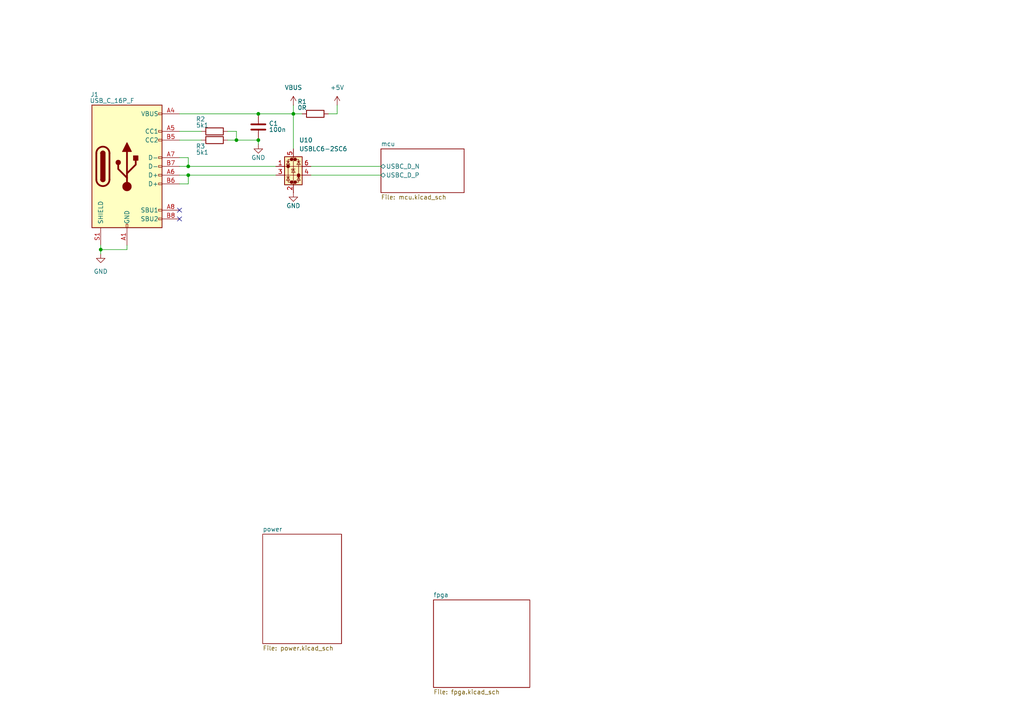
<source format=kicad_sch>
(kicad_sch (version 20231120) (generator "eeschema") (generator_version "8.0")
  (paper "A4")
  (lib_symbols
    (symbol "Connector:USB_C_Receptacle_USB2.0_16P" (pin_names (offset 1.016))
      (property "Reference" "J" (at 0 22.225 0))
      (property "Value" "USB_C_Receptacle_USB2.0_16P" (at 0 19.685 0))
      (symbol "USB_C_Receptacle_USB2.0_16P_0_0"
        (rectangle (start -0.254 -17.78) (end 0.254 -16.764))
        (rectangle (start 10.16 -14.986) (end 9.144 -15.494))
        (rectangle (start 10.16 -12.446) (end 9.144 -12.954))
        (rectangle (start 10.16 -4.826) (end 9.144 -5.334))
        (rectangle (start 10.16 -2.286) (end 9.144 -2.794))
        (rectangle (start 10.16 0.254) (end 9.144 -0.254))
        (rectangle (start 10.16 2.794) (end 9.144 2.286))
        (rectangle (start 10.16 7.874) (end 9.144 7.366))
        (rectangle (start 10.16 10.414) (end 9.144 9.906))
        (rectangle (start 10.16 15.494) (end 9.144 14.986))
      )
      (symbol "USB_C_Receptacle_USB2.0_16P_0_1"
        (rectangle (start -10.16 17.78) (end 10.16 -17.78) (stroke (width 0.254)) (fill (type background)))
        (arc (start -8.89 -3.81) (mid -6.985 -5.7067) (end -5.08 -3.81) (stroke (width 0.508)))
        (arc (start -7.62 -3.81) (mid -6.985 -4.4423) (end -6.35 -3.81) (stroke (width 0.254)))
        (arc (start -7.62 -3.81) (mid -6.985 -4.4423) (end -6.35 -3.81) (stroke (width 0.254)) (fill (type outline)))
        (rectangle (start -7.62 -3.81) (end -6.35 3.81) (stroke (width 0.254)) (fill (type outline)))
        (arc (start -6.35 3.81) (mid -6.985 4.4423) (end -7.62 3.81) (stroke (width 0.254)))
        (arc (start -6.35 3.81) (mid -6.985 4.4423) (end -7.62 3.81) (stroke (width 0.254)) (fill (type outline)))
        (arc (start -5.08 3.81) (mid -6.985 5.7067) (end -8.89 3.81) (stroke (width 0.508)))
        (circle (center -2.54 1.143) (radius 0.635) (stroke (width 0.254)) (fill (type outline)))
        (circle (center 0 -5.842) (radius 1.27) (fill (type outline)))
        (polyline (pts (xy -8.89 -3.81) (xy -8.89 3.81)) (stroke (width 0.508)))
        (polyline (pts (xy -5.08 3.81) (xy -5.08 -3.81)) (stroke (width 0.508)))
        (polyline (pts (xy 0 -5.842) (xy 0 4.318)) (stroke (width 0.508)))
        (polyline (pts (xy 0 -3.302) (xy -2.54 -0.762) (xy -2.54 0.508)) (stroke (width 0.508)))
        (polyline (pts (xy 0 -2.032) (xy 2.54 0.508) (xy 2.54 1.778)) (stroke (width 0.508)))
        (polyline (pts (xy -1.27 4.318) (xy 0 6.858) (xy 1.27 4.318) (xy -1.27 4.318)) (stroke (width 0.254)) (fill (type outline)))
        (rectangle (start 1.905 1.778) (end 3.175 3.048) (stroke (width 0.254)) (fill (type outline)))
      )
      (symbol "USB_C_Receptacle_USB2.0_16P_1_1"
        (pin passive line (at 0 -22.86 90) (length 5.08) (name "GND") (number "A1"))
        (pin passive line (at 0 -22.86 90) (length 5.08) hide (name "GND") (number "A12"))
        (pin passive line (at 15.24 15.24 180) (length 5.08) (name "VBUS") (number "A4"))
        (pin bidirectional line (at 15.24 10.16 180) (length 5.08) (name "CC1") (number "A5"))
        (pin bidirectional line (at 15.24 -2.54 180) (length 5.08) (name "D+") (number "A6"))
        (pin bidirectional line (at 15.24 2.54 180) (length 5.08) (name "D-") (number "A7"))
        (pin bidirectional line (at 15.24 -12.7 180) (length 5.08) (name "SBU1") (number "A8"))
        (pin passive line (at 15.24 15.24 180) (length 5.08) hide (name "VBUS") (number "A9"))
        (pin passive line (at 0 -22.86 90) (length 5.08) hide (name "GND") (number "B1"))
        (pin passive line (at 0 -22.86 90) (length 5.08) hide (name "GND") (number "B12"))
        (pin passive line (at 15.24 15.24 180) (length 5.08) hide (name "VBUS") (number "B4"))
        (pin bidirectional line (at 15.24 7.62 180) (length 5.08) (name "CC2") (number "B5"))
        (pin bidirectional line (at 15.24 -5.08 180) (length 5.08) (name "D+") (number "B6"))
        (pin bidirectional line (at 15.24 0 180) (length 5.08) (name "D-") (number "B7"))
        (pin bidirectional line (at 15.24 -15.24 180) (length 5.08) (name "SBU2") (number "B8"))
        (pin passive line (at 15.24 15.24 180) (length 5.08) hide (name "VBUS") (number "B9"))
        (pin passive line (at -7.62 -22.86 90) (length 5.08) (name "SHIELD") (number "S1"))
      )
    )
    (symbol "Device:C" (pin_numbers hide) (pin_names (offset 0.254))
      (property "Reference" "C" (at 0.635 2.54 0))
      (property "Value" "C" (at 0.635 -2.54 0))
      (symbol "C_0_1"
        (polyline (pts (xy -2.032 -0.762) (xy 2.032 -0.762)) (stroke (width 0.508)))
        (polyline (pts (xy -2.032 0.762) (xy 2.032 0.762)) (stroke (width 0.508)))
      )
      (symbol "C_1_1"
        (pin passive line (at 0 3.81 270) (length 2.794) (name "~") (number "1"))
        (pin passive line (at 0 -3.81 90) (length 2.794) (name "~") (number "2"))
      )
    )
    (symbol "Device:R" (pin_numbers hide) (pin_names (offset 0))
      (property "Reference" "R" (at 2.032 0 90))
      (property "Value" "R" (at 0 0 90))
      (symbol "R_0_1"
        (rectangle (start -1.016 -2.54) (end 1.016 2.54) (stroke (width 0.254)))
      )
      (symbol "R_1_1"
        (pin passive line (at 0 3.81 270) (length 1.27) (name "~") (number "1"))
        (pin passive line (at 0 -3.81 90) (length 1.27) (name "~") (number "2"))
      )
    )
    (symbol "Power_Protection:USBLC6-2SC6" (pin_names hide)
      (property "Reference" "U" (at 0.635 5.715 0))
      (property "Value" "USBLC6-2SC6" (at 0.635 3.81 0))
      (symbol "USBLC6-2SC6_0_0"
        (circle (center -1.524 0) (radius 0.0001) (stroke (width 0.508)))
        (circle (center -0.508 -4.572) (radius 0.0001) (stroke (width 0.508)))
        (circle (center -0.508 2.032) (radius 0.0001) (stroke (width 0.508)))
        (circle (center 0.508 -4.572) (radius 0.0001) (stroke (width 0.508)))
        (circle (center 0.508 2.032) (radius 0.0001) (stroke (width 0.508)))
        (circle (center 1.524 -2.54) (radius 0.0001) (stroke (width 0.508)))
      )
      (symbol "USBLC6-2SC6_0_1"
        (polyline (pts (xy -2.54 -2.54) (xy 2.54 -2.54)))
        (polyline (pts (xy -2.54 0) (xy 2.54 0)))
        (polyline (pts (xy -2.032 -3.048) (xy -1.016 -3.048)))
        (polyline (pts (xy -1.016 1.524) (xy -2.032 1.524)))
        (polyline (pts (xy 1.016 -3.048) (xy 2.032 -3.048)))
        (polyline (pts (xy 1.016 1.524) (xy 2.032 1.524)))
        (polyline (pts (xy -0.508 -1.143) (xy -0.508 -0.762) (xy 0.508 -0.762)))
        (polyline (pts (xy -2.032 0.508) (xy -1.016 0.508) (xy -1.524 1.524) (xy -2.032 0.508)))
        (polyline (pts (xy -1.016 -4.064) (xy -2.032 -4.064) (xy -1.524 -3.048) (xy -1.016 -4.064)))
        (polyline (pts (xy 0.508 -1.778) (xy -0.508 -1.778) (xy 0 -0.762) (xy 0.508 -1.778)))
        (polyline (pts (xy 2.032 -4.064) (xy 1.016 -4.064) (xy 1.524 -3.048) (xy 2.032 -4.064)))
        (polyline (pts (xy 2.032 0.508) (xy 1.016 0.508) (xy 1.524 1.524) (xy 2.032 0.508)))
        (polyline (pts (xy 0 2.54) (xy -0.508 2.032) (xy 0.508 2.032) (xy 0 1.524) (xy 0 -4.064) (xy -0.508 -4.572) (xy 0.508 -4.572) (xy 0 -5.08)))
      )
      (symbol "USBLC6-2SC6_1_1"
        (rectangle (start -2.54 2.794) (end 2.54 -5.334) (stroke (width 0.254)) (fill (type background)))
        (polyline (pts (xy -0.508 2.032) (xy -1.524 2.032) (xy -1.524 -4.572) (xy -0.508 -4.572)))
        (polyline (pts (xy 0.508 -4.572) (xy 1.524 -4.572) (xy 1.524 2.032) (xy 0.508 2.032)))
        (pin passive line (at -5.08 0 0) (length 2.54) (name "I/O1") (number "1"))
        (pin passive line (at 0 -7.62 90) (length 2.54) (name "GND") (number "2"))
        (pin passive line (at -5.08 -2.54 0) (length 2.54) (name "I/O2") (number "3"))
        (pin passive line (at 5.08 -2.54 180) (length 2.54) (name "I/O2") (number "4"))
        (pin passive line (at 0 5.08 270) (length 2.54) (name "VBUS") (number "5"))
        (pin passive line (at 5.08 0 180) (length 2.54) (name "I/O1") (number "6"))
      )
    )
    (symbol "power:+5V" (power) (pin_numbers hide) (pin_names (offset 0) hide)
      (property "Value" "+5V" (at 0 3.556 0))
      (symbol "+5V_0_1"
        (polyline (pts (xy -0.762 1.27) (xy 0 2.54)))
        (polyline (pts (xy 0 0) (xy 0 2.54)))
        (polyline (pts (xy 0 2.54) (xy 0.762 1.27)))
      )
      (symbol "+5V_1_1"
        (pin power_in line (at 0 0 90) (length 0) (name "~") (number "1"))
      )
    )
    (symbol "power:GND" (power) (pin_numbers hide) (pin_names (offset 0) hide)
      (property "Value" "GND" (at 0 -3.81 0))
      (symbol "GND_0_1"
        (polyline (pts (xy 0 0) (xy 0 -1.27) (xy 1.27 -1.27) (xy 0 -2.54) (xy -1.27 -1.27) (xy 0 -1.27)))
      )
      (symbol "GND_1_1"
        (pin power_in line (at 0 0 270) (length 0) (name "~") (number "1"))
      )
    )
    (symbol "power:VBUS" (power) (pin_numbers hide) (pin_names (offset 0) hide)
      (property "Value" "VBUS" (at 0 3.556 0))
      (symbol "VBUS_0_1"
        (polyline (pts (xy -0.762 1.27) (xy 0 2.54)))
        (polyline (pts (xy 0 0) (xy 0 2.54)))
        (polyline (pts (xy 0 2.54) (xy 0.762 1.27)))
      )
      (symbol "VBUS_1_1"
        (pin power_in line (at 0 0 90) (length 0) (name "~") (number "1"))
      )
    )
  )
  (junction (at 68.58 40.64))
  (junction (at 54.61 50.8))
  (junction (at 54.61 48.26))
  (junction (at 74.93 33.02))
  (junction (at 85.09 33.02))
  (junction (at 29.21 72.39))
  (junction (at 74.93 40.64))
  (no_connect (at 52.07 60.96))
  (no_connect (at 52.07 63.5))
  (wire (pts (xy 90.17 48.26) (xy 110.49 48.26)))
  (wire (pts (xy 36.83 71.12) (xy 36.83 72.39)))
  (wire (pts (xy 52.07 50.8) (xy 54.61 50.8)))
  (wire (pts (xy 85.09 33.02) (xy 87.63 33.02)))
  (wire (pts (xy 66.04 38.1) (xy 68.58 38.1)))
  (wire (pts (xy 29.21 71.12) (xy 29.21 72.39)))
  (wire (pts (xy 90.17 50.8) (xy 110.49 50.8)))
  (wire (pts (xy 74.93 40.64) (xy 74.93 41.91)))
  (wire (pts (xy 52.07 53.34) (xy 54.61 53.34)))
  (wire (pts (xy 68.58 38.1) (xy 68.58 40.64)))
  (wire (pts (xy 29.21 72.39) (xy 29.21 73.66)))
  (wire (pts (xy 36.83 72.39) (xy 29.21 72.39)))
  (wire (pts (xy 97.79 33.02) (xy 95.25 33.02)))
  (wire (pts (xy 97.79 30.48) (xy 97.79 33.02)))
  (wire (pts (xy 66.04 40.64) (xy 68.58 40.64)))
  (wire (pts (xy 85.09 33.02) (xy 85.09 30.48)))
  (wire (pts (xy 85.09 33.02) (xy 85.09 43.18)))
  (wire (pts (xy 68.58 40.64) (xy 74.93 40.64)))
  (wire (pts (xy 52.07 48.26) (xy 54.61 48.26)))
  (wire (pts (xy 52.07 38.1) (xy 58.42 38.1)))
  (wire (pts (xy 52.07 45.72) (xy 54.61 45.72)))
  (wire (pts (xy 74.93 33.02) (xy 85.09 33.02)))
  (wire (pts (xy 52.07 40.64) (xy 58.42 40.64)))
  (wire (pts (xy 54.61 50.8) (xy 80.01 50.8)))
  (wire (pts (xy 54.61 53.34) (xy 54.61 50.8)))
  (wire (pts (xy 54.61 45.72) (xy 54.61 48.26)))
  (wire (pts (xy 54.61 48.26) (xy 80.01 48.26)))
  (wire (pts (xy 52.07 33.02) (xy 74.93 33.02)))
  (symbol (lib_id "power:GND") (at 29.21 73.66 0) (unit 1)
    (property "Reference" "#PWR01" (effects (hide yes)))
    (property "Value" "GND" (at 29.21 78.74 0))
    (property "Description" "Power symbol creates a global label with name \"GND\" , ground" (effects (hide yes)))
  )
  (symbol (lib_id "power:VBUS") (at 85.09 30.48 0) (unit 1)
    (property "Reference" "#PWR02" (effects (hide yes)))
    (property "Value" "VBUS" (at 85.09 25.4 0))
    (property "Description" "Power symbol creates a global label with name \"VBUS\"" (effects (hide yes)))
  )
  (symbol (lib_id "power:GND") (at 85.09 55.88 0) (unit 1)
    (property "Reference" "#PWR05" (effects (hide yes)))
    (property "Value" "GND" (at 85.09 59.69 0))
    (property "Description" "Power symbol creates a global label with name \"GND\" , ground" (effects (hide yes)))
  )
  (symbol (lib_id "Power_Protection:USBLC6-2SC6") (at 85.09 48.26 0) (unit 1)
    (property "Reference" "U10" (at 86.7411 40.64 0) (effects (justify left)))
    (property "Value" "USBLC6-2SC6" (at 86.7411 43.18 0) (effects (justify left)))
    (property "Footprint" "Package_TO_SOT_SMD:SOT-23-6" (effects (hide yes)))
    (property "Datasheet" "https://www.st.com/resource/en/datasheet/usblc6-2.pdf" (effects (hide yes)))
    (property "Description" "Very low capacitance ESD protection diode, 2 data-line, SOT-23-6" (effects (hide yes)))
  )
  (symbol (lib_id "Device:R") (at 62.23 38.1 90) (unit 1)
    (property "Reference" "R2" (at 58.166 34.544 90))
    (property "Value" "5k1" (at 58.674 36.322 90))
    (property "Description" "Resistor" (effects (hide yes)))
  )
  (symbol (lib_id "Device:R") (at 62.23 40.64 90) (unit 1)
    (property "Reference" "R3" (at 58.166 42.418 90))
    (property "Value" "5k1" (at 58.674 44.196 90))
    (property "Description" "Resistor" (effects (hide yes)))
  )
  (symbol (lib_id "Connector:USB_C_Receptacle_USB2.0_16P") (at 36.83 48.26 0) (unit 1)
    (property "Reference" "J1" (at 27.432 27.432 0))
    (property "Value" "USB_C_16P_F" (at 32.512 29.21 0))
    (property "Datasheet" "https://www.usb.org/sites/default/files/documents/usb_type-c.zip" (effects (hide yes)))
    (property "Description" "USB 2.0-only 16P Type-C Receptacle connector" (effects (hide yes)))
  )
  (symbol (lib_id "power:+5V") (at 97.79 30.48 0) (unit 1)
    (property "Reference" "#PWR03" (effects (hide yes)))
    (property "Value" "+5V" (at 97.79 25.4 0))
    (property "Description" "Power symbol creates a global label with name \"+5V\"" (effects (hide yes)))
  )
  (symbol (lib_id "Device:R") (at 91.44 33.02 90) (unit 1)
    (property "Reference" "R1" (at 87.63 29.464 90))
    (property "Value" "0R" (at 87.63 31.242 90))
    (property "Description" "Resistor" (effects (hide yes)))
  )
  (symbol (lib_id "power:GND") (at 74.93 41.91 0) (unit 1)
    (property "Reference" "#PWR04" (effects (hide yes)))
    (property "Value" "GND" (at 74.93 45.72 0))
    (property "Description" "Power symbol creates a global label with name \"GND\" , ground" (effects (hide yes)))
  )
  (symbol (lib_id "Device:C") (at 74.93 36.83 0) (unit 1)
    (property "Reference" "C1" (at 77.978 35.8141 0) (effects (justify left)))
    (property "Value" "100n" (at 77.978 37.592 0) (effects (justify left)))
    (property "Description" "Unpolarized capacitor" (effects (hide yes)))
  )
  (sheet (at 125.73 173.99) (size 27.94 25.4) (stroke (width 0.1524))
    (property "Sheetname" "fpga" (at 125.73 173.2784 0) (effects (justify left bottom)))
    (property "Sheetfile" "fpga.kicad_sch" (at 125.73 199.9746 0) (effects (justify left top)))
  )
  (sheet (at 76.2 154.94) (size 22.86 31.75) (stroke (width 0.1524))
    (property "Sheetname" "power" (at 76.2 154.2284 0) (effects (justify left bottom)))
    (property "Sheetfile" "power.kicad_sch" (at 76.2 187.2746 0) (effects (justify left top)))
  )
  (sheet (at 110.49 43.18) (size 24.13 12.7) (stroke (width 0.1524))
    (property "Sheetname" "mcu" (at 110.49 42.4684 0) (effects (justify left bottom)))
    (property "Sheetfile" "mcu.kicad_sch" (at 110.49 56.4646 0) (effects (justify left top)))
    (pin "USBC_D_N" bidirectional (at 110.49 48.26 180))
    (pin "USBC_D_P" bidirectional (at 110.49 50.8 180))
  )
)
</source>
